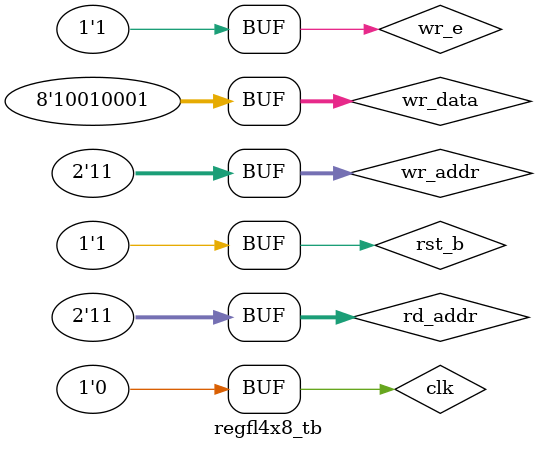
<source format=v>
module rgst #(
  	parameter w=8
)(
    input clk, rst_b, ld, clr, input [w-1:0] d, output reg [w-1:0] q
);
    always @ (posedge clk, negedge rst_b)
        if (!rst_b)                 q <= 0;
        else if (clr)               q <= 0;
        else if (ld)                q <= d;
endmodule

module dec_2to4enable(
	input wr_e,
	input [1:0] s,
	output reg [3:0] o
);

always @(*) begin
	if (wr_e) begin
		if (s == 2'b00)
			o = 4'b0001;
		else if (s == 2'b01)
			o = 4'b0010;
		else if (s == 2'b10)
			o = 4'b0100;
		else
			o = 4'b1000;
	end
	else
			o = 4'b0000;
end

endmodule

module regfl_4x8(
	input clk,
	input rst_b, // asynchronous
	input [7:0] wr_data,
	input [1:0] wr_addr,
	input wr_e,
	output [7:0] rd_data,
	input [1:0] rd_addr
);

wire [3:0] o_ld;
wire [3:0] clr = 4'b0000;
wire [7:0] q_d0, q_d1, q_d2, q_d3;
	
dec_2to4enable decoder(
	.wr_e(wr_e),
	.s(wr_addr),
	.o(o_ld)
);

rgst #(
	) registru0 (
	.clk(clk),
	.rst_b(rst_b),
	.ld(o_ld[0]),
	.clr(clr[0]),
	.d(wr_data),
	.q(q_d0)
);	

rgst #(
	) registru1 (
	.clk(clk),
	.rst_b(rst_b),
	.ld(o_ld[1]),
	.clr(clr[1]),
	.d(wr_data),
	.q(q_d1)
);	

rgst #(
	) registru2 (
	.clk(clk),
	.rst_b(rst_b),
	.ld(o_ld[2]),
	.clr(clr[2]),
	.d(wr_data),
	.q(q_d2)
);	

rgst #(
	) registru3 (
	.clk(clk),
	.rst_b(rst_b),
	.ld(o_ld[3]),
	.clr(clr[3]),
	.d(wr_data),
	.q(q_d3)
);

mux_2s #(
	.w(8)
) mux (
	.d0(q_d0),
	.d1(q_d1),
	.d2(q_d2),
	.d3(q_d3),
	.s(rd_addr),
	.o(rd_data)
);

endmodule

module regfl4x8_tb;
	reg clk, rst_b;
	reg [7:0] wr_data;
	reg [1:0] wr_addr;
	reg wr_e;
	wire [7:0] rd_data;
	reg [1:0] rd_addr;

	regfl_4x8 dut(
		.clk(clk),
		.rst_b(rst_b),
		.wr_data(wr_data),
		.wr_addr(wr_addr),
		.wr_e(wr_e),
		.rd_data(rd_data),
		.rd_addr(rd_addr)
	);

	localparam CLK_PERIOD = 100;
	localparam RUNNING_CYCLES = 9;
	initial begin
		clk = 1'b0;
		repeat (2 * RUNNING_CYCLES) #(CLK_PERIOD / 2) clk = ~clk;
	end

	localparam RST_DURATION = 5;
	initial begin
		rst_b =  1'b0;
		#RST_DURATION rst_b = 1'b1;
	end

	initial begin
		$display("Time\tclk\trst_b\twr_e\twr_addr\t\twr_data\t\trd_addr\t\trd_data");
		$monitor("%0t\t%b\t%b\t%b\t%b\t\t%b\t\t%b\t\t%b", $time, clk, rst_b, wr_e, wr_addr, wr_data, rd_addr, rd_data);
		
		wr_addr = 2'h0;
		wr_data = 8'ha2;
		wr_e = 1'b1;
		rd_addr = 2'h3;
		
		#100

		wr_addr = 2'h2;
		wr_data = 8'h2e;
		rd_addr = 2'h0;

		#100

		wr_addr = 2'h1;
		wr_data = 8'h98;
		wr_e = 1'b0;
		rd_addr = 2'h1;

		#100

		wr_addr = 2'h3;
		wr_data = 8'h55;
		wr_e = 1'b1;
		rd_addr = 2'h2;

		#100

		wr_addr = 2'h0;
		wr_data = 8'h20;
		rd_addr = 2'h0;

		#100
		
		wr_addr = 2'h1;
		wr_data = 8'hff;
		rd_addr = 2'h3;

		#100
		
		wr_addr = 2'h3;
		wr_data = 8'hc7;
		rd_addr = 2'h1;

		#100

		wr_addr = 2'h2;
		wr_data = 8'hb5;
		wr_e = 1'b0;
		rd_addr = 2'h2;

		#100
		
		wr_addr = 2'h3;
		wr_data = 8'h91;
		wr_e = 1'b1;
		rd_addr = 2'h3;

	end
endmodule
</source>
